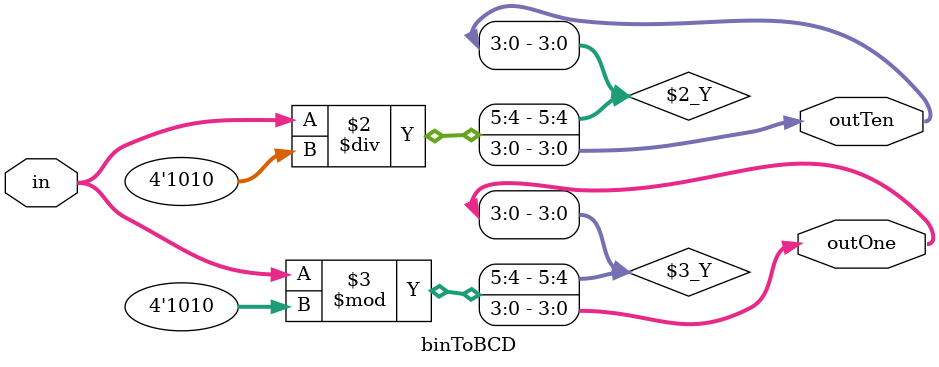
<source format=v>
module binToBCD(in, outOne, outTen);
	input [5:0]in;
	output reg [3:0]outTen, outOne;
	
	always@(*)begin
		outTen<=in/4'd10;
		outOne<=in%4'd10;
	end

endmodule
</source>
